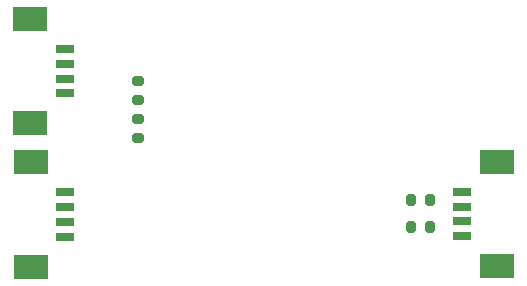
<source format=gbr>
%TF.GenerationSoftware,KiCad,Pcbnew,8.0.2*%
%TF.CreationDate,2024-08-07T22:56:44+12:00*%
%TF.ProjectId,FYP_P2_2,4659505f-5032-45f3-922e-6b696361645f,rev?*%
%TF.SameCoordinates,Original*%
%TF.FileFunction,Paste,Bot*%
%TF.FilePolarity,Positive*%
%FSLAX46Y46*%
G04 Gerber Fmt 4.6, Leading zero omitted, Abs format (unit mm)*
G04 Created by KiCad (PCBNEW 8.0.2) date 2024-08-07 22:56:44*
%MOMM*%
%LPD*%
G01*
G04 APERTURE LIST*
G04 Aperture macros list*
%AMRoundRect*
0 Rectangle with rounded corners*
0 $1 Rounding radius*
0 $2 $3 $4 $5 $6 $7 $8 $9 X,Y pos of 4 corners*
0 Add a 4 corners polygon primitive as box body*
4,1,4,$2,$3,$4,$5,$6,$7,$8,$9,$2,$3,0*
0 Add four circle primitives for the rounded corners*
1,1,$1+$1,$2,$3*
1,1,$1+$1,$4,$5*
1,1,$1+$1,$6,$7*
1,1,$1+$1,$8,$9*
0 Add four rect primitives between the rounded corners*
20,1,$1+$1,$2,$3,$4,$5,0*
20,1,$1+$1,$4,$5,$6,$7,0*
20,1,$1+$1,$6,$7,$8,$9,0*
20,1,$1+$1,$8,$9,$2,$3,0*%
G04 Aperture macros list end*
%ADD10RoundRect,0.200000X-0.275000X0.200000X-0.275000X-0.200000X0.275000X-0.200000X0.275000X0.200000X0*%
%ADD11R,1.600000X0.800000*%
%ADD12R,3.000000X2.100000*%
%ADD13RoundRect,0.200000X-0.200000X-0.275000X0.200000X-0.275000X0.200000X0.275000X-0.200000X0.275000X0*%
%ADD14RoundRect,0.200000X0.275000X-0.200000X0.275000X0.200000X-0.275000X0.200000X-0.275000X-0.200000X0*%
G04 APERTURE END LIST*
D10*
%TO.C,R2*%
X109067944Y-87313276D03*
X109067944Y-88963276D03*
%TD*%
D11*
%TO.C,J6*%
X136550000Y-93500000D03*
X136550000Y-94750000D03*
X136550000Y-96000000D03*
X136550000Y-97250000D03*
D12*
X139450000Y-90950000D03*
X139450000Y-99800000D03*
%TD*%
D13*
%TO.C,R7*%
X132160000Y-96475000D03*
X133810000Y-96475000D03*
%TD*%
D11*
%TO.C,J3*%
X102860000Y-85150000D03*
X102860000Y-83900000D03*
X102860000Y-82650000D03*
X102860000Y-81400000D03*
D12*
X99960000Y-87700000D03*
X99960000Y-78850000D03*
%TD*%
D13*
%TO.C,R6*%
X132155000Y-94225000D03*
X133805000Y-94225000D03*
%TD*%
D11*
%TO.C,J4*%
X102880000Y-97290000D03*
X102880000Y-96040000D03*
X102880000Y-94790000D03*
X102880000Y-93540000D03*
D12*
X99980000Y-99840000D03*
X99980000Y-90990000D03*
%TD*%
D14*
%TO.C,R4*%
X109082056Y-85726724D03*
X109082056Y-84076724D03*
%TD*%
M02*

</source>
